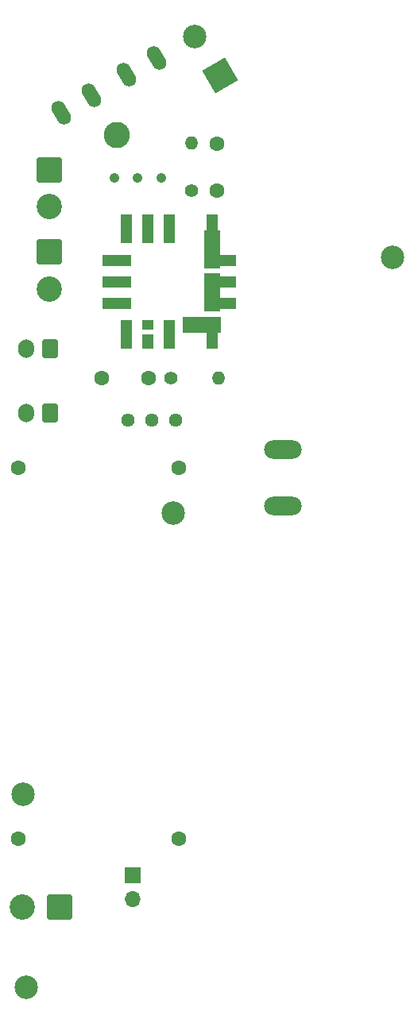
<source format=gbr>
%TF.GenerationSoftware,KiCad,Pcbnew,7.0.9*%
%TF.CreationDate,2024-01-11T17:45:52+09:00*%
%TF.ProjectId,PowerSuplyUnit,506f7765-7253-4757-906c-79556e69742e,rev?*%
%TF.SameCoordinates,Original*%
%TF.FileFunction,Soldermask,Top*%
%TF.FilePolarity,Negative*%
%FSLAX46Y46*%
G04 Gerber Fmt 4.6, Leading zero omitted, Abs format (unit mm)*
G04 Created by KiCad (PCBNEW 7.0.9) date 2024-01-11 17:45:52*
%MOMM*%
%LPD*%
G01*
G04 APERTURE LIST*
G04 Aperture macros list*
%AMRoundRect*
0 Rectangle with rounded corners*
0 $1 Rounding radius*
0 $2 $3 $4 $5 $6 $7 $8 $9 X,Y pos of 4 corners*
0 Add a 4 corners polygon primitive as box body*
4,1,4,$2,$3,$4,$5,$6,$7,$8,$9,$2,$3,0*
0 Add four circle primitives for the rounded corners*
1,1,$1+$1,$2,$3*
1,1,$1+$1,$4,$5*
1,1,$1+$1,$6,$7*
1,1,$1+$1,$8,$9*
0 Add four rect primitives between the rounded corners*
20,1,$1+$1,$2,$3,$4,$5,0*
20,1,$1+$1,$4,$5,$6,$7,0*
20,1,$1+$1,$6,$7,$8,$9,0*
20,1,$1+$1,$8,$9,$2,$3,0*%
%AMHorizOval*
0 Thick line with rounded ends*
0 $1 width*
0 $2 $3 position (X,Y) of the first rounded end (center of the circle)*
0 $4 $5 position (X,Y) of the second rounded end (center of the circle)*
0 Add line between two ends*
20,1,$1,$2,$3,$4,$5,0*
0 Add two circle primitives to create the rounded ends*
1,1,$1,$2,$3*
1,1,$1,$4,$5*%
%AMRotRect*
0 Rectangle, with rotation*
0 The origin of the aperture is its center*
0 $1 length*
0 $2 width*
0 $3 Rotation angle, in degrees counterclockwise*
0 Add horizontal line*
21,1,$1,$2,0,0,$3*%
%AMOutline4P*
0 Free polygon, 4 corners , with rotation*
0 The origin of the aperture is its center*
0 number of corners: always 4*
0 $1 to $8 corner X, Y*
0 $9 Rotation angle, in degrees counterclockwise*
0 create outline with 4 corners*
4,1,4,$1,$2,$3,$4,$5,$6,$7,$8,$1,$2,$9*%
G04 Aperture macros list end*
%ADD10RotRect,2.800000X2.800000X210.000000*%
%ADD11HorizOval,2.800000X0.000000X0.000000X0.000000X0.000000X0*%
%ADD12Outline4P,-1.500000X-0.600000X1.500000X-0.600000X1.500000X0.600000X-1.500000X0.600000X270.000000*%
%ADD13Outline4P,-2.035000X-0.885000X2.035000X-0.885000X2.035000X0.885000X-2.035000X0.885000X270.000000*%
%ADD14Outline4P,-0.600000X-1.500000X0.600000X-1.500000X0.600000X1.500000X-0.600000X1.500000X270.000000*%
%ADD15Outline4P,-0.885000X-2.035000X0.885000X-2.035000X0.885000X2.035000X-0.885000X2.035000X270.000000*%
%ADD16Outline4P,-0.750000X-0.600000X0.750000X-0.600000X0.750000X0.600000X-0.750000X0.600000X270.000000*%
%ADD17Outline4P,-0.500000X-0.600000X0.500000X-0.600000X0.500000X0.600000X-0.500000X0.600000X270.000000*%
%ADD18RoundRect,0.250000X0.600000X0.750000X-0.600000X0.750000X-0.600000X-0.750000X0.600000X-0.750000X0*%
%ADD19O,1.700000X2.000000*%
%ADD20O,4.000000X2.000000*%
%ADD21RoundRect,0.250001X-1.099999X1.099999X-1.099999X-1.099999X1.099999X-1.099999X1.099999X1.099999X0*%
%ADD22C,2.700000*%
%ADD23C,2.500000*%
%ADD24RoundRect,0.250001X1.099999X1.099999X-1.099999X1.099999X-1.099999X-1.099999X1.099999X-1.099999X0*%
%ADD25C,1.600000*%
%ADD26C,1.400000*%
%ADD27O,1.400000X1.400000*%
%ADD28C,1.440000*%
%ADD29HorizOval,1.500000X-0.300000X0.519615X0.300000X-0.519615X0*%
%ADD30R,1.700000X1.700000*%
%ADD31O,1.700000X1.700000*%
%ADD32C,1.050000*%
G04 APERTURE END LIST*
D10*
%TO.C,D1*%
X155105262Y-54991000D03*
D11*
X144106739Y-61341000D03*
%TD*%
D12*
%TO.C,U1*%
X149733000Y-71362000D03*
X154313000Y-71362000D03*
D13*
X154313000Y-73527000D03*
D14*
X155333000Y-74672000D03*
X155333000Y-76962000D03*
D13*
X154313000Y-78107000D03*
D14*
X155333000Y-79252000D03*
D15*
X153168000Y-81562000D03*
D12*
X154313000Y-82562000D03*
X149733000Y-82562000D03*
X145153000Y-82562000D03*
D14*
X144133000Y-76962000D03*
X144133000Y-74672000D03*
D12*
X145153000Y-71362000D03*
X147443000Y-71362000D03*
D16*
X147443000Y-83312000D03*
D14*
X144133000Y-79252000D03*
D17*
X147443000Y-81562000D03*
%TD*%
D18*
%TO.C,J1*%
X137009000Y-90932000D03*
D19*
X134509000Y-90932000D03*
%TD*%
D20*
%TO.C,SW2*%
X161798000Y-100838000D03*
X161798000Y-94838000D03*
%TD*%
D21*
%TO.C,J2*%
X136906000Y-73764000D03*
D22*
X136906000Y-77724000D03*
%TD*%
D23*
%TO.C,REF\u002A\u002A*%
X152400000Y-50800000D03*
%TD*%
D24*
%TO.C,J2*%
X138053900Y-143653600D03*
D22*
X134093900Y-143653600D03*
%TD*%
D25*
%TO.C,C2*%
X147534000Y-87249000D03*
X142534000Y-87249000D03*
%TD*%
D26*
%TO.C,R1*%
X152113000Y-67270000D03*
D27*
X152113000Y-62190000D03*
%TD*%
D23*
%TO.C,REF\u002A\u002A*%
X173532800Y-74371200D03*
%TD*%
D26*
%TO.C,R2*%
X149860000Y-87249000D03*
D27*
X154940000Y-87249000D03*
%TD*%
D28*
%TO.C,RV1*%
X150368000Y-91694000D03*
X147828000Y-91694000D03*
X145288000Y-91694000D03*
%TD*%
D25*
%TO.C,C1*%
X154813000Y-67230000D03*
X154813000Y-62230000D03*
%TD*%
D29*
%TO.C,F1*%
X138203502Y-58936000D03*
X141407796Y-57086000D03*
X145131706Y-54936000D03*
X148336000Y-53086000D03*
%TD*%
D30*
%TO.C,J4*%
X145846800Y-140203000D03*
D31*
X145846800Y-142743000D03*
%TD*%
D32*
%TO.C,SW1*%
X148844000Y-65913000D03*
X146344000Y-65913000D03*
X143844000Y-65913000D03*
%TD*%
D23*
%TO.C,REF\u002A\u002A*%
X134518400Y-152146000D03*
%TD*%
D18*
%TO.C,J3*%
X137009000Y-84074000D03*
D19*
X134509000Y-84074000D03*
%TD*%
D23*
%TO.C,U2*%
X150177500Y-101600000D03*
X134175500Y-131572000D03*
D25*
X150752000Y-96837500D03*
X133604000Y-96837500D03*
X150752000Y-136334500D03*
X133604000Y-136334500D03*
%TD*%
D21*
%TO.C,BT1*%
X136906000Y-65024000D03*
D22*
X136906000Y-68984000D03*
%TD*%
M02*

</source>
